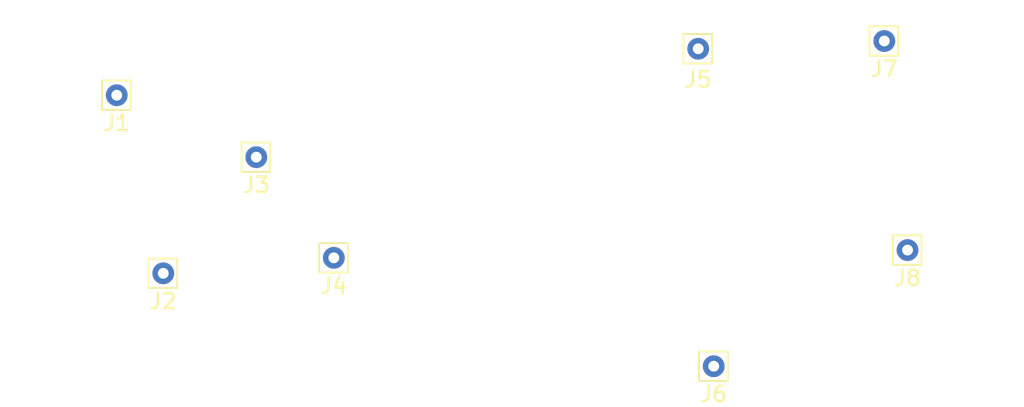
<source format=kicad_pcb>
(kicad_pcb (version 20240108) (generator "pcbnew") (generator_version "8.0")
  (layers (0 "F.Cu" signal) (31 "B.Cu" signal) (34 "B.Paste" user) (35 "F.Paste" user) (36 "B.SilkS" user "B.Silkscreen") (37 "F.SilkS" user "F.Silkscreen") (38 "B.Mask" user) (39 "F.Mask" user) (44 "Edge.Cuts" user))
  (net 0 "")
  (net 1 "/net_1")
  (net 2 "/net_2")
  (footprint "Connector_Pin:Pin_D0.7mm_L6.5mm_W1.8mm_FlatFork" (layer "F.Cu") (at 149 110.5)
    (property "Reference" "J4" (at 0 1.8 0) (layer "F.SilkS"))
    (property "Value" "Conn_01x01_Socket")
    (fp_line (start -0.95 -0.95) (end -0.95 0.95) (stroke (width 0.12)) (layer "F.SilkS"))
    (fp_line (start -0.95 0.95) (end 0.9 0.95) (stroke (width 0.12)) (layer "F.SilkS"))
    (fp_line (start 0.9 -0.95) (end -0.95 -0.95) (stroke (width 0.12)) (layer "F.SilkS"))
    (fp_line (start 0.9 -0.9) (end 0.9 -0.95) (stroke (width 0.12)) (layer "F.SilkS"))
    (fp_line (start 0.9 0.95) (end 0.9 -0.9) (stroke (width 0.12)) (layer "F.SilkS"))
    (pad "1" thru_hole circle (at 0 0) (size 1.4 1.4) (drill 0.7) (layers "*.Cu" "*.Mask") (net 1 "/net_1"))
  )
  (footprint "Connector_Pin:Pin_D0.7mm_L6.5mm_W1.8mm_FlatFork" (layer "F.Cu") (at 138 111.5)
    (property "Reference" "J2" (at 0 1.8 0) (layer "F.SilkS"))
    (property "Value" "Conn_01x01_Socket")
    (fp_line (start -0.95 -0.95) (end -0.95 0.95) (stroke (width 0.12)) (layer "F.SilkS"))
    (fp_line (start -0.95 0.95) (end 0.9 0.95) (stroke (width 0.12)) (layer "F.SilkS"))
    (fp_line (start 0.9 -0.95) (end -0.95 -0.95) (stroke (width 0.12)) (layer "F.SilkS"))
    (fp_line (start 0.9 -0.9) (end 0.9 -0.95) (stroke (width 0.12)) (layer "F.SilkS"))
    (fp_line (start 0.9 0.95) (end 0.9 -0.9) (stroke (width 0.12)) (layer "F.SilkS"))
    (pad "1" thru_hole circle (at 0 0) (size 1.4 1.4) (drill 0.7) (layers "*.Cu" "*.Mask") (net 1 "/net_1"))
  )
  (footprint "Connector_Pin:Pin_D0.7mm_L6.5mm_W1.8mm_FlatFork" (layer "F.Cu") (at 172.5 97)
    (property "Reference" "J5" (at 0 2 0) (layer "F.SilkS"))
    (property "Value" "Conn_01x01_Socket")
    (fp_line (start -0.95 -0.95) (end -0.95 0.95) (stroke (width 0.12)) (layer "F.SilkS"))
    (fp_line (start -0.95 0.95) (end 0.9 0.95) (stroke (width 0.12)) (layer "F.SilkS"))
    (fp_line (start 0.9 -0.95) (end -0.95 -0.95) (stroke (width 0.12)) (layer "F.SilkS"))
    (fp_line (start 0.9 -0.9) (end 0.9 -0.95) (stroke (width 0.12)) (layer "F.SilkS"))
    (fp_line (start 0.9 0.95) (end 0.9 -0.9) (stroke (width 0.12)) (layer "F.SilkS"))
    (pad "1" thru_hole circle (at 0 0) (size 1.4 1.4) (drill 0.7) (layers "*.Cu" "*.Mask") (net 2 "/net_2"))
  )
  (footprint "Connector_Pin:Pin_D0.7mm_L6.5mm_W1.8mm_FlatFork" (layer "F.Cu") (at 173.5 117.5)
    (property "Reference" "J6" (at 0 1.8 0) (layer "F.SilkS"))
    (property "Value" "Conn_01x01_Socket")
    (fp_line (start -0.95 -0.95) (end -0.95 0.95) (stroke (width 0.12)) (layer "F.SilkS"))
    (fp_line (start -0.95 0.95) (end 0.9 0.95) (stroke (width 0.12)) (layer "F.SilkS"))
    (fp_line (start 0.9 -0.95) (end -0.95 -0.95) (stroke (width 0.12)) (layer "F.SilkS"))
    (fp_line (start 0.9 -0.9) (end 0.9 -0.95) (stroke (width 0.12)) (layer "F.SilkS"))
    (fp_line (start 0.9 0.95) (end 0.9 -0.9) (stroke (width 0.12)) (layer "F.SilkS"))
    (pad "1" thru_hole circle (at 0 0) (size 1.4 1.4) (drill 0.7) (layers "*.Cu" "*.Mask") (net 2 "/net_2"))
  )
  (footprint "Connector_Pin:Pin_D0.7mm_L6.5mm_W1.8mm_FlatFork" (layer "F.Cu") (at 144 104)
    (property "Reference" "J3" (at 0 1.8 0) (layer "F.SilkS"))
    (property "Value" "Conn_01x01_Socket")
    (fp_line (start -0.95 -0.95) (end -0.95 0.95) (stroke (width 0.12)) (layer "F.SilkS"))
    (fp_line (start -0.95 0.95) (end 0.9 0.95) (stroke (width 0.12)) (layer "F.SilkS"))
    (fp_line (start 0.9 -0.95) (end -0.95 -0.95) (stroke (width 0.12)) (layer "F.SilkS"))
    (fp_line (start 0.9 -0.9) (end 0.9 -0.95) (stroke (width 0.12)) (layer "F.SilkS"))
    (fp_line (start 0.9 0.95) (end 0.9 -0.9) (stroke (width 0.12)) (layer "F.SilkS"))
    (pad "1" thru_hole circle (at 0 0) (size 1.4 1.4) (drill 0.7) (layers "*.Cu" "*.Mask") (net 1 "/net_1"))
  )
  (footprint "Connector_Pin:Pin_D0.7mm_L6.5mm_W1.8mm_FlatFork" (layer "F.Cu") (at 184.5 96.5)
    (property "Reference" "J7" (at 0 1.8 0) (layer "F.SilkS"))
    (property "Value" "Conn_01x01_Socket")
    (fp_line (start -0.95 -0.95) (end -0.95 0.95) (stroke (width 0.12)) (layer "F.SilkS"))
    (fp_line (start -0.95 0.95) (end 0.9 0.95) (stroke (width 0.12)) (layer "F.SilkS"))
    (fp_line (start 0.9 -0.95) (end -0.95 -0.95) (stroke (width 0.12)) (layer "F.SilkS"))
    (fp_line (start 0.9 -0.9) (end 0.9 -0.95) (stroke (width 0.12)) (layer "F.SilkS"))
    (fp_line (start 0.9 0.95) (end 0.9 -0.9) (stroke (width 0.12)) (layer "F.SilkS"))
    (pad "1" thru_hole circle (at 0 0) (size 1.4 1.4) (drill 0.7) (layers "*.Cu" "*.Mask") (net 2 "/net_2"))
  )
  (footprint "Connector_Pin:Pin_D0.7mm_L6.5mm_W1.8mm_FlatFork" (layer "F.Cu") (at 186 110)
    (property "Reference" "J8" (at 0 1.8 0) (layer "F.SilkS"))
    (property "Value" "Conn_01x01_Socket")
    (fp_line (start -0.95 -0.95) (end -0.95 0.95) (stroke (width 0.12)) (layer "F.SilkS"))
    (fp_line (start -0.95 0.95) (end 0.9 0.95) (stroke (width 0.12)) (layer "F.SilkS"))
    (fp_line (start 0.9 -0.95) (end -0.95 -0.95) (stroke (width 0.12)) (layer "F.SilkS"))
    (fp_line (start 0.9 -0.9) (end 0.9 -0.95) (stroke (width 0.12)) (layer "F.SilkS"))
    (fp_line (start 0.9 0.95) (end 0.9 -0.9) (stroke (width 0.12)) (layer "F.SilkS"))
    (pad "1" thru_hole circle (at 0 0) (size 1.4 1.4) (drill 0.7) (layers "*.Cu" "*.Mask") (net 2 "/net_2"))
  )
  (footprint "Connector_Pin:Pin_D0.7mm_L6.5mm_W1.8mm_FlatFork" (layer "F.Cu") (at 135 100)
    (property "Reference" "J1" (at 0 1.8 0) (layer "F.SilkS"))
    (property "Value" "Conn_01x01_Socket")
    (fp_line (start -0.95 -0.95) (end -0.95 0.95) (stroke (width 0.12)) (layer "F.SilkS"))
    (fp_line (start -0.95 0.95) (end 0.9 0.95) (stroke (width 0.12)) (layer "F.SilkS"))
    (fp_line (start 0.9 -0.95) (end -0.95 -0.95) (stroke (width 0.12)) (layer "F.SilkS"))
    (fp_line (start 0.9 -0.9) (end 0.9 -0.95) (stroke (width 0.12)) (layer "F.SilkS"))
    (fp_line (start 0.9 0.95) (end 0.9 -0.9) (stroke (width 0.12)) (layer "F.SilkS"))
    (pad "1" thru_hole circle (at 0 0) (size 1.4 1.4) (drill 0.7) (layers "*.Cu" "*.Mask") (net 1 "/net_1"))
  )
)
</source>
